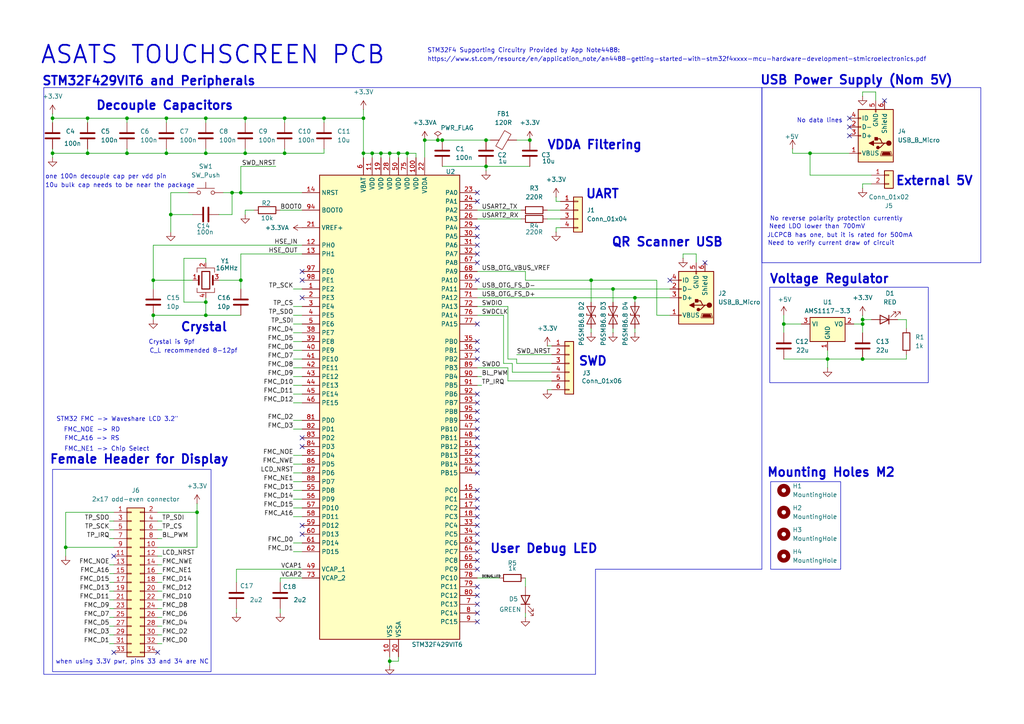
<source format=kicad_sch>
(kicad_sch (version 20250114) (generator "eeschema") (generator_version "9.0")
  (paper "A4")
  (title_block (title "ASATS TOUCHSCREEN PCB") (date "2025-03-23") (rev "1.0") (company "University of California, Santa Cruz"))
  (rectangle (start 15.24 136.144) (end 61.214 194.818))
  (rectangle (start 223.266 83.312) (end 269.24 110.998))
  (rectangle (start 223.52 139.7) (end 243.84 165.1))
  (rectangle (start 220.98 25.4) (end 284.48 76.2))
  (text "SWD" (at 171.958 104.902 0) (effects (font (size 2.54 2.54) (thickness 0.508) (bold yes))))
  (text "USB Power Supply (Nom 5V)" (at 248.412 23.368 0) (effects (font (size 2.54 2.54) (thickness 0.508) (bold yes))))
  (text "No reverse polarity protection currently" (at 242.57 63.5 0) (effects (font (size 1.27 1.27))))
  (text "VDDA Filtering" (at 172.466 42.164 0) (effects (font (size 2.54 2.54) (thickness 0.508) (bold yes))))
  (text "10u bulk cap needs to be near the package" (at 34.798 53.848 0) (effects (font (size 1.27 1.27))))
  (text "JLCPCB has one, but it is rated for 500mA" (at 243.586 68.326 0) (effects (font (size 1.27 1.27))))
  (text "Mounting Holes M2" (at 241.046 137.16 0) (effects (font (size 2.54 2.54) (thickness 0.508) (bold yes))))
  (text "ASATS TOUCHSCREEN PCB" (at 61.722 16.002 0) (effects (font (size 5.08 5.08) (thickness 0.508) (bold yes))))
  (text "Voltage Regulator" (at 240.538 81.026 0) (effects (font (size 2.54 2.54) (thickness 0.508) (bold yes))))
  (text "C_L recommended 8-12pf" (at 56.134 101.854 0) (effects (font (size 1.27 1.27))))
  (text "https://www.st.com/resource/en/application_note/an4488-getting-started-with-stm32f4xxxx-mcu-hardware-development-stmicroelectronics.pdf" (at 196.342 17.272 0) (effects (font (size 1.27 1.27))))
  (text "STM32F429VIT6 and Peripherals" (at 43.18 23.622 0) (effects (font (size 2.54 2.54) (thickness 0.508) (bold yes))))
  (text "when using 3.3V pwr, pins 33 and 34 are NC" (at 38.354 192.024 0) (effects (font (size 1.27 1.27))))
  (text "Need to verify current draw of circuit" (at 241.046 70.612 0) (effects (font (size 1.27 1.27))))
  (text "Crystal is 9pf" (at 49.784 99.314 0) (effects (font (size 1.27 1.27))))
  (text "External 5V" (at 271.018 52.578 0) (effects (font (size 2.54 2.54) (thickness 0.508) (bold yes))))
  (text "Decouple Capacitors\n" (at 47.752 30.734 0) (effects (font (size 2.54 2.54) (thickness 0.508) (bold yes))))
  (text "QR Scanner USB" (at 193.548 70.358 0) (effects (font (size 2.54 2.54) (thickness 0.508) (bold yes))))
  (text "Female Header for Display" (at 40.386 133.35 0) (effects (font (size 2.54 2.54) (thickness 0.508) (bold yes))))
  (text "STM32 FMC -> Waveshare LCD 3.2\"" (at 34.036 121.666 0) (effects (font (size 1.27 1.27))))
  (text "STM32F4 Supporting Circuitry Provided by App Note4488:" (at 151.892 14.732 0) (effects (font (size 1.27 1.27))))
  (text "No data lines" (at 237.744 35.052 0) (effects (font (size 1.27 1.27))))
  (text "UART\n" (at 174.752 56.388 0) (effects (font (size 2.54 2.54) (thickness 0.508) (bold yes))))
  (text "one 100n decouple cap per vdd pin" (at 30.734 51.308 0) (effects (font (size 1.27 1.27))))
  (text "Need LDO lower than 700mV" (at 236.982 65.786 0) (effects (font (size 1.27 1.27))))
  (text "User Debug LED\n" (at 157.734 159.258 0) (effects (font (size 2.54 2.54) (thickness 0.508) (bold yes))))
  (text "FMC_NOE -> RD" (at 26.67 124.714 0) (effects (font (size 1.27 1.27))))
  (text "FMC_A16 -> RS" (at 26.67 127.254 0) (effects (font (size 1.27 1.27))))
  (text "FMC_NE1 -> Chip Select" (at 30.988 130.302 0) (effects (font (size 1.27 1.27))))
  (text "Crystal" (at 59.182 94.996 0) (effects (font (size 2.54 2.54) (thickness 0.508) (bold yes))))
  (junction (at 36.83 44.45))
  (junction (at 15.24 34.29))
  (junction (at 48.26 44.45))
  (junction (at 140.97 40.64))
  (junction (at 82.55 34.29))
  (junction (at 113.03 191.77))
  (junction (at 123.19 40.64))
  (junction (at 69.85 81.28))
  (junction (at 115.57 44.45))
  (junction (at 113.03 44.45))
  (junction (at 49.53 62.23))
  (junction (at 71.12 34.29))
  (junction (at 48.26 34.29))
  (junction (at 59.69 91.44))
  (junction (at 105.41 34.29))
  (junction (at 19.05 158.75))
  (junction (at 250.19 92.71))
  (junction (at 140.97 48.26))
  (junction (at 69.85 55.88))
  (junction (at 93.98 34.29))
  (junction (at 227.33 93.98))
  (junction (at 67.31 55.88))
  (junction (at 105.41 44.45))
  (junction (at 107.95 44.45))
  (junction (at 184.15 86.36))
  (junction (at 59.69 87.63))
  (junction (at 110.49 44.45))
  (junction (at 25.4 34.29))
  (junction (at 59.69 44.45))
  (junction (at 36.83 34.29))
  (junction (at 250.19 93.98))
  (junction (at 15.24 44.45))
  (junction (at 250.19 104.14))
  (junction (at 59.69 34.29))
  (junction (at 171.45 81.28))
  (junction (at 177.8 83.82))
  (junction (at 44.45 81.28))
  (junction (at 71.12 44.45))
  (junction (at 57.15 148.59))
  (junction (at 82.55 44.45))
  (junction (at 153.67 40.64))
  (junction (at 25.4 44.45))
  (junction (at 128.27 40.64))
  (junction (at 44.45 91.44))
  (junction (at 127 40.64))
  (junction (at 240.03 104.14))
  (junction (at 118.11 44.45))
  (junction (at 234.95 44.45))
  (no_connect (at 246.38 39.37))
  (no_connect (at 138.43 172.72))
  (no_connect (at 87.63 152.4))
  (no_connect (at 33.02 161.29))
  (no_connect (at 138.43 104.14))
  (no_connect (at 138.43 154.94))
  (no_connect (at 138.43 101.6))
  (no_connect (at 138.43 162.56))
  (no_connect (at 194.31 81.28))
  (no_connect (at 138.43 152.4))
  (no_connect (at 138.43 170.18))
  (no_connect (at 138.43 81.28))
  (no_connect (at 138.43 124.46))
  (no_connect (at 138.43 129.54))
  (no_connect (at 138.43 116.84))
  (no_connect (at 138.43 175.26))
  (no_connect (at 87.63 78.74))
  (no_connect (at 246.38 34.29))
  (no_connect (at 204.47 76.2))
  (no_connect (at 138.43 127))
  (no_connect (at 138.43 132.08))
  (no_connect (at 138.43 180.34))
  (no_connect (at 138.43 55.88))
  (no_connect (at 138.43 66.04))
  (no_connect (at 138.43 134.62))
  (no_connect (at 87.63 81.28))
  (no_connect (at 138.43 160.02))
  (no_connect (at 138.43 93.98))
  (no_connect (at 256.54 29.21))
  (no_connect (at 87.63 154.94))
  (no_connect (at 138.43 142.24))
  (no_connect (at 138.43 68.58))
  (no_connect (at 138.43 58.42))
  (no_connect (at 138.43 76.2))
  (no_connect (at 138.43 137.16))
  (no_connect (at 138.43 147.32))
  (no_connect (at 138.43 144.78))
  (no_connect (at 138.43 114.3))
  (no_connect (at 138.43 157.48))
  (no_connect (at 138.43 73.66))
  (no_connect (at 138.43 71.12))
  (no_connect (at 138.43 177.8))
  (no_connect (at 87.63 127))
  (no_connect (at 138.43 121.92))
  (no_connect (at 138.43 165.1))
  (no_connect (at 87.63 86.36))
  (no_connect (at 138.43 149.86))
  (no_connect (at 246.38 36.83))
  (no_connect (at 138.43 99.06))
  (no_connect (at 138.43 119.38))
  (no_connect (at 33.02 189.23))
  (no_connect (at 45.72 189.23))
  (no_connect (at 87.63 129.54))
  (wire (pts (xy 152.4 177.8) (xy 152.4 179.07)))
  (wire (pts (xy 45.72 166.37) (xy 46.99 166.37)))
  (wire (pts (xy 59.69 44.45) (xy 48.26 44.45)))
  (wire (pts (xy 31.75 166.37) (xy 33.02 166.37)))
  (wire (pts (xy 113.03 44.45) (xy 110.49 44.45)))
  (wire (pts (xy 227.33 104.14) (xy 240.03 104.14)))
  (wire (pts (xy 201.93 73.66) (xy 201.93 76.2)))
  (wire (pts (xy 45.72 156.21) (xy 46.99 156.21)))
  (wire (pts (xy 138.43 106.68) (xy 147.32 106.68)))
  (wire (pts (xy 250.19 26.67) (xy 254 26.67)))
  (wire (pts (xy 44.45 71.12) (xy 44.45 81.28)))
  (wire (pts (xy 232.41 93.98) (xy 227.33 93.98)))
  (wire (pts (xy 128.27 40.64) (xy 140.97 40.64)))
  (wire (pts (xy 158.75 63.5) (xy 162.56 63.5)))
  (wire (pts (xy 190.5 81.28) (xy 190.5 91.44)))
  (wire (pts (xy 252.73 53.34) (xy 250.19 53.34)))
  (wire (pts (xy 15.24 33.02) (xy 15.24 34.29)))
  (wire (pts (xy 177.8 83.82) (xy 194.31 83.82)))
  (wire (pts (xy 25.4 44.45) (xy 15.24 44.45)))
  (wire (pts (xy 146.05 91.44) (xy 146.05 105.41)))
  (wire (pts (xy 67.31 55.88) (xy 69.85 55.88)))
  (wire (pts (xy 31.75 184.15) (xy 33.02 184.15)))
  (wire (pts (xy 93.98 43.18) (xy 93.98 44.45)))
  (wire (pts (xy 71.12 34.29) (xy 71.12 35.56)))
  (wire (pts (xy 184.15 86.36) (xy 184.15 87.63)))
  (wire (pts (xy 81.28 167.64) (xy 81.28 168.91)))
  (wire (pts (xy 45.72 181.61) (xy 46.99 181.61)))
  (wire (pts (xy 59.69 43.18) (xy 59.69 44.45)))
  (wire (pts (xy 162.56 58.42) (xy 161.29 58.42)))
  (wire (pts (xy 152.4 78.74) (xy 138.43 78.74)))
  (wire (pts (xy 120.65 44.45) (xy 118.11 44.45)))
  (wire (pts (xy 118.11 44.45) (xy 115.57 44.45)))
  (wire (pts (xy 69.85 55.88) (xy 87.63 55.88)))
  (wire (pts (xy 59.69 87.63) (xy 59.69 91.44)))
  (wire (pts (xy 31.75 156.21) (xy 33.02 156.21)))
  (wire (pts (xy 262.89 102.87) (xy 262.89 104.14)))
  (wire (pts (xy 48.26 43.18) (xy 48.26 44.45)))
  (wire (pts (xy 123.19 40.64) (xy 127 40.64)))
  (wire (pts (xy 184.15 86.36) (xy 194.31 86.36)))
  (wire (pts (xy 85.09 104.14) (xy 87.63 104.14)))
  (wire (pts (xy 49.53 55.88) (xy 49.53 62.23)))
  (wire (pts (xy 82.55 43.18) (xy 82.55 44.45)))
  (wire (pts (xy 45.72 161.29) (xy 46.99 161.29)))
  (wire (pts (xy 48.26 44.45) (xy 36.83 44.45)))
  (polyline (pts (xy 12.7 25.4) (xy 12.7 195.58)))
  (wire (pts (xy 149.86 105.41) (xy 149.86 104.14)))
  (wire (pts (xy 44.45 71.12) (xy 87.63 71.12)))
  (wire (pts (xy 31.75 171.45) (xy 33.02 171.45)))
  (wire (pts (xy 140.97 48.26) (xy 153.67 48.26)))
  (wire (pts (xy 85.09 93.98) (xy 87.63 93.98)))
  (wire (pts (xy 85.09 101.6) (xy 87.63 101.6)))
  (wire (pts (xy 240.03 104.14) (xy 240.03 106.68)))
  (wire (pts (xy 252.73 50.8) (xy 234.95 50.8)))
  (wire (pts (xy 59.69 91.44) (xy 69.85 91.44)))
  (wire (pts (xy 120.65 45.72) (xy 120.65 44.45)))
  (wire (pts (xy 45.72 153.67) (xy 46.99 153.67)))
  (wire (pts (xy 55.88 81.28) (xy 44.45 81.28)))
  (wire (pts (xy 229.87 44.45) (xy 234.95 44.45)))
  (wire (pts (xy 250.19 104.14) (xy 262.89 104.14)))
  (wire (pts (xy 69.85 73.66) (xy 69.85 81.28)))
  (wire (pts (xy 85.09 83.82) (xy 87.63 83.82)))
  (wire (pts (xy 85.09 116.84) (xy 87.63 116.84)))
  (wire (pts (xy 69.85 73.66) (xy 87.63 73.66)))
  (wire (pts (xy 161.29 58.42) (xy 161.29 57.15)))
  (wire (pts (xy 140.97 40.64) (xy 142.24 40.64)))
  (wire (pts (xy 250.19 53.34) (xy 250.19 54.61)))
  (wire (pts (xy 63.5 62.23) (xy 67.31 62.23)))
  (wire (pts (xy 107.95 44.45) (xy 107.95 45.72)))
  (wire (pts (xy 45.72 163.83) (xy 46.99 163.83)))
  (wire (pts (xy 250.19 92.71) (xy 252.73 92.71)))
  (wire (pts (xy 250.19 91.44) (xy 250.19 92.71)))
  (wire (pts (xy 31.75 179.07) (xy 33.02 179.07)))
  (wire (pts (xy 85.09 114.3) (xy 87.63 114.3)))
  (wire (pts (xy 229.87 43.18) (xy 229.87 44.45)))
  (wire (pts (xy 82.55 44.45) (xy 71.12 44.45)))
  (wire (pts (xy 82.55 34.29) (xy 93.98 34.29)))
  (wire (pts (xy 85.09 99.06) (xy 87.63 99.06)))
  (wire (pts (xy 15.24 43.18) (xy 15.24 44.45)))
  (wire (pts (xy 262.89 95.25) (xy 262.89 92.71)))
  (wire (pts (xy 184.15 95.25) (xy 184.15 96.52)))
  (wire (pts (xy 85.09 142.24) (xy 87.63 142.24)))
  (wire (pts (xy 85.09 144.78) (xy 87.63 144.78)))
  (wire (pts (xy 93.98 35.56) (xy 93.98 34.29)))
  (wire (pts (xy 113.03 44.45) (xy 113.03 45.72)))
  (wire (pts (xy 87.63 165.1) (xy 68.58 165.1)))
  (wire (pts (xy 85.09 124.46) (xy 87.63 124.46)))
  (wire (pts (xy 250.19 96.52) (xy 250.19 93.98)))
  (wire (pts (xy 85.09 160.02) (xy 87.63 160.02)))
  (wire (pts (xy 85.09 139.7) (xy 87.63 139.7)))
  (wire (pts (xy 25.4 43.18) (xy 25.4 44.45)))
  (wire (pts (xy 128.27 48.26) (xy 140.97 48.26)))
  (wire (pts (xy 71.12 44.45) (xy 59.69 44.45)))
  (wire (pts (xy 93.98 34.29) (xy 105.41 34.29)))
  (wire (pts (xy 71.12 34.29) (xy 82.55 34.29)))
  (wire (pts (xy 71.12 60.96) (xy 71.12 62.23)))
  (wire (pts (xy 110.49 44.45) (xy 110.49 45.72)))
  (wire (pts (xy 45.72 184.15) (xy 46.99 184.15)))
  (wire (pts (xy 262.89 92.71) (xy 260.35 92.71)))
  (wire (pts (xy 138.43 111.76) (xy 139.7 111.76)))
  (wire (pts (xy 138.43 86.36) (xy 184.15 86.36)))
  (wire (pts (xy 201.93 73.66) (xy 198.12 73.66)))
  (wire (pts (xy 57.15 148.59) (xy 57.15 146.05)))
  (wire (pts (xy 45.72 148.59) (xy 57.15 148.59)))
  (wire (pts (xy 15.24 44.45) (xy 15.24 45.72)))
  (wire (pts (xy 113.03 190.5) (xy 113.03 191.77)))
  (wire (pts (xy 15.24 34.29) (xy 15.24 35.56)))
  (wire (pts (xy 227.33 91.44) (xy 227.33 93.98)))
  (wire (pts (xy 115.57 191.77) (xy 113.03 191.77)))
  (wire (pts (xy 160.02 105.41) (xy 149.86 105.41)))
  (wire (pts (xy 57.15 148.59) (xy 57.15 158.75)))
  (wire (pts (xy 59.69 34.29) (xy 71.12 34.29)))
  (wire (pts (xy 105.41 44.45) (xy 105.41 45.72)))
  (wire (pts (xy 85.09 121.92) (xy 87.63 121.92)))
  (wire (pts (xy 81.28 176.53) (xy 81.28 177.8)))
  (wire (pts (xy 45.72 151.13) (xy 46.99 151.13)))
  (wire (pts (xy 110.49 44.45) (xy 107.95 44.45)))
  (wire (pts (xy 31.75 173.99) (xy 33.02 173.99)))
  (wire (pts (xy 69.85 48.26) (xy 69.85 55.88)))
  (wire (pts (xy 115.57 44.45) (xy 113.03 44.45)))
  (wire (pts (xy 240.03 104.14) (xy 250.19 104.14)))
  (polyline (pts (xy 12.7 25.4) (xy 220.98 25.4)))
  (wire (pts (xy 45.72 176.53) (xy 46.99 176.53)))
  (wire (pts (xy 152.4 81.28) (xy 171.45 81.28)))
  (wire (pts (xy 162.56 66.04) (xy 161.29 66.04)))
  (wire (pts (xy 198.12 73.66) (xy 198.12 74.93)))
  (wire (pts (xy 31.75 163.83) (xy 33.02 163.83)))
  (wire (pts (xy 148.59 107.95) (xy 148.59 105.41)))
  (wire (pts (xy 190.5 91.44) (xy 194.31 91.44)))
  (wire (pts (xy 138.43 167.64) (xy 144.78 167.64)))
  (wire (pts (xy 85.09 91.44) (xy 87.63 91.44)))
  (wire (pts (xy 147.32 104.14) (xy 147.32 88.9)))
  (wire (pts (xy 240.03 101.6) (xy 240.03 104.14)))
  (wire (pts (xy 63.5 81.28) (xy 69.85 81.28)))
  (wire (pts (xy 115.57 190.5) (xy 115.57 191.77)))
  (wire (pts (xy 87.63 167.64) (xy 81.28 167.64)))
  (wire (pts (xy 68.58 165.1) (xy 68.58 168.91)))
  (wire (pts (xy 147.32 110.49) (xy 147.32 106.68)))
  (wire (pts (xy 138.43 63.5) (xy 151.13 63.5)))
  (wire (pts (xy 149.86 104.14) (xy 147.32 104.14)))
  (wire (pts (xy 48.26 34.29) (xy 59.69 34.29)))
  (wire (pts (xy 69.85 48.26) (xy 80.01 48.26)))
  (wire (pts (xy 85.09 137.16) (xy 87.63 137.16)))
  (wire (pts (xy 49.53 62.23) (xy 49.53 67.31)))
  (wire (pts (xy 45.72 173.99) (xy 46.99 173.99)))
  (wire (pts (xy 161.29 66.04) (xy 161.29 67.31)))
  (wire (pts (xy 85.09 109.22) (xy 87.63 109.22)))
  (wire (pts (xy 105.41 31.75) (xy 105.41 34.29)))
  (wire (pts (xy 85.09 147.32) (xy 87.63 147.32)))
  (wire (pts (xy 85.09 157.48) (xy 87.63 157.48)))
  (wire (pts (xy 113.03 191.77) (xy 113.03 193.04)))
  (wire (pts (xy 234.95 50.8) (xy 234.95 44.45)))
  (wire (pts (xy 81.28 60.96) (xy 87.63 60.96)))
  (wire (pts (xy 140.97 48.26) (xy 140.97 49.53)))
  (wire (pts (xy 53.34 87.63) (xy 59.69 87.63)))
  (wire (pts (xy 71.12 60.96) (xy 73.66 60.96)))
  (wire (pts (xy 149.86 40.64) (xy 153.67 40.64)))
  (wire (pts (xy 36.83 44.45) (xy 25.4 44.45)))
  (wire (pts (xy 138.43 60.96) (xy 151.13 60.96)))
  (wire (pts (xy 85.09 132.08) (xy 87.63 132.08)))
  (wire (pts (xy 138.43 88.9) (xy 147.32 88.9)))
  (wire (pts (xy 250.19 26.67) (xy 250.19 27.94)))
  (wire (pts (xy 19.05 148.59) (xy 33.02 148.59)))
  (wire (pts (xy 68.58 176.53) (xy 68.58 177.8)))
  (wire (pts (xy 31.75 181.61) (xy 33.02 181.61)))
  (wire (pts (xy 36.83 34.29) (xy 48.26 34.29)))
  (wire (pts (xy 36.83 43.18) (xy 36.83 44.45)))
  (wire (pts (xy 49.53 62.23) (xy 55.88 62.23)))
  (wire (pts (xy 44.45 91.44) (xy 44.45 92.71)))
  (wire (pts (xy 227.33 93.98) (xy 227.33 96.52)))
  (wire (pts (xy 123.19 40.64) (xy 123.19 45.72)))
  (wire (pts (xy 127 40.64) (xy 128.27 40.64)))
  (wire (pts (xy 82.55 34.29) (xy 82.55 35.56)))
  (wire (pts (xy 152.4 167.64) (xy 152.4 170.18)))
  (wire (pts (xy 118.11 44.45) (xy 118.11 45.72)))
  (wire (pts (xy 36.83 34.29) (xy 36.83 35.56)))
  (wire (pts (xy 19.05 148.59) (xy 19.05 158.75)))
  (wire (pts (xy 45.72 179.07) (xy 46.99 179.07)))
  (polyline (pts (xy 172.72 195.58) (xy 12.7 195.58)))
  (wire (pts (xy 31.75 168.91) (xy 33.02 168.91)))
  (wire (pts (xy 19.05 158.75) (xy 33.02 158.75)))
  (wire (pts (xy 31.75 153.67) (xy 33.02 153.67)))
  (wire (pts (xy 177.8 95.25) (xy 177.8 96.52)))
  (wire (pts (xy 115.57 44.45) (xy 115.57 45.72)))
  (wire (pts (xy 25.4 34.29) (xy 36.83 34.29)))
  (wire (pts (xy 69.85 81.28) (xy 69.85 83.82)))
  (wire (pts (xy 85.09 149.86) (xy 87.63 149.86)))
  (wire (pts (xy 85.09 96.52) (xy 87.63 96.52)))
  (wire (pts (xy 250.19 93.98) (xy 247.65 93.98)))
  (wire (pts (xy 85.09 134.62) (xy 87.63 134.62)))
  (wire (pts (xy 138.43 83.82) (xy 177.8 83.82)))
  (wire (pts (xy 158.75 100.33) (xy 160.02 100.33)))
  (wire (pts (xy 234.95 44.45) (xy 246.38 44.45)))
  (wire (pts (xy 93.98 44.45) (xy 82.55 44.45)))
  (wire (pts (xy 53.34 74.93) (xy 53.34 87.63)))
  (wire (pts (xy 25.4 35.56) (xy 25.4 34.29)))
  (wire (pts (xy 71.12 43.18) (xy 71.12 44.45)))
  (polyline (pts (xy 220.98 25.4) (xy 220.98 165.1)))
  (polyline (pts (xy 220.98 165.1) (xy 172.72 165.1)))
  (wire (pts (xy 158.75 113.03) (xy 160.02 113.03)))
  (wire (pts (xy 107.95 44.45) (xy 105.41 44.45)))
  (wire (pts (xy 152.4 81.28) (xy 152.4 78.74)))
  (wire (pts (xy 45.72 171.45) (xy 46.99 171.45)))
  (wire (pts (xy 25.4 34.29) (xy 15.24 34.29)))
  (wire (pts (xy 160.02 107.95) (xy 148.59 107.95)))
  (wire (pts (xy 85.09 111.76) (xy 87.63 111.76)))
  (wire (pts (xy 149.86 102.87) (xy 160.02 102.87)))
  (wire (pts (xy 59.69 34.29) (xy 59.69 35.56)))
  (wire (pts (xy 171.45 81.28) (xy 190.5 81.28)))
  (wire (pts (xy 48.26 34.29) (xy 48.26 35.56)))
  (wire (pts (xy 85.09 88.9) (xy 87.63 88.9)))
  (wire (pts (xy 59.69 76.2) (xy 59.69 74.93)))
  (wire (pts (xy 85.09 106.68) (xy 87.63 106.68)))
  (wire (pts (xy 158.75 60.96) (xy 162.56 60.96)))
  (wire (pts (xy 59.69 74.93) (xy 53.34 74.93)))
  (polyline (pts (xy 172.72 165.1) (xy 172.72 195.58)))
  (wire (pts (xy 177.8 83.82) (xy 177.8 87.63)))
  (wire (pts (xy 171.45 95.25) (xy 171.45 96.52)))
  (wire (pts (xy 45.72 186.69) (xy 46.99 186.69)))
  (wire (pts (xy 31.75 186.69) (xy 33.02 186.69)))
  (wire (pts (xy 44.45 91.44) (xy 59.69 91.44)))
  (wire (pts (xy 67.31 55.88) (xy 67.31 62.23)))
  (wire (pts (xy 138.43 91.44) (xy 146.05 91.44)))
  (wire (pts (xy 31.75 151.13) (xy 33.02 151.13)))
  (wire (pts (xy 138.43 109.22) (xy 139.7 109.22)))
  (wire (pts (xy 64.77 55.88) (xy 67.31 55.88)))
  (wire (pts (xy 45.72 168.91) (xy 46.99 168.91)))
  (wire (pts (xy 160.02 110.49) (xy 147.32 110.49)))
  (wire (pts (xy 254 26.67) (xy 254 29.21)))
  (wire (pts (xy 45.72 158.75) (xy 57.15 158.75)))
  (wire (pts (xy 250.19 92.71) (xy 250.19 93.98)))
  (wire (pts (xy 19.05 158.75) (xy 19.05 161.29)))
  (wire (pts (xy 49.53 55.88) (xy 54.61 55.88)))
  (wire (pts (xy 148.59 105.41) (xy 146.05 105.41)))
  (wire (pts (xy 59.69 87.63) (xy 59.69 86.36)))
  (wire (pts (xy 31.75 176.53) (xy 33.02 176.53)))
  (wire (pts (xy 171.45 81.28) (xy 171.45 87.63)))
  (wire (pts (xy 44.45 81.28) (xy 44.45 83.82)))
  (wire (pts (xy 105.41 34.29) (xy 105.41 44.45)))
  (label "FMC_D14" (at 85.09 144.78 180))
  (label "FMC_D7" (at 31.75 179.07 180))
  (label "FMC_D13" (at 85.09 142.24 180))
  (label "FMC_D5" (at 31.75 181.61 180))
  (label "FMC_D1" (at 85.09 160.02 180))
  (label "LCD_NRST" (at 46.99 161.29 0))
  (label "DEBUG_LED" (at 139.7 167.64 0) (effects (font (size 0.635 0.635))))
  (label "FMC_D8" (at 46.99 176.53 0))
  (label "SWD_NRST" (at 80.01 48.26 180))
  (label "FMC_D5" (at 85.09 99.06 180))
  (label "FMC_D7" (at 85.09 104.14 180))
  (label "FMC_NWE" (at 46.99 163.83 0))
  (label "FMC_A16" (at 31.75 166.37 180))
  (label "FMC_D9" (at 85.09 109.22 180))
  (label "FMC_D13" (at 31.75 171.45 180))
  (label "FMC_D10" (at 85.09 111.76 180))
  (label "HSE_IN" (at 86.36 71.12 180))
  (label "VCAP2" (at 87.63 167.64 180))
  (label "TP_SDI" (at 46.99 151.13 0))
  (label "FMC_D3" (at 85.09 124.46 180))
  (label "USB_OTG_FS_D+" (at 139.7 86.36 0))
  (label "FMC_D4" (at 85.09 96.52 180))
  (label "BL_PWM" (at 46.99 156.21 0))
  (label "FMC_D15" (at 85.09 147.32 180))
  (label "FMC_D12" (at 85.09 116.84 180))
  (label "FMC_D1" (at 31.75 186.69 180))
  (label "FMC_D15" (at 31.75 168.91 180))
  (label "FMC_NOE" (at 31.75 163.83 180))
  (label "FMC_D9" (at 31.75 176.53 180))
  (label "TP_CS" (at 46.99 153.67 0))
  (label "FMC_A16" (at 85.09 149.86 180))
  (label "HSE_OUT" (at 86.36 73.66 180))
  (label "FMC_D11" (at 31.75 173.99 180))
  (label "TP_SCK" (at 85.09 83.82 180))
  (label "FMC_NE1" (at 85.09 139.7 180))
  (label "FMC_D10" (at 46.99 173.99 0))
  (label "USART2_TX" (at 139.7 60.96 0))
  (label "FMC_D0" (at 46.99 186.69 0))
  (label "SWDO" (at 139.7 106.68 0))
  (label "USART2_RX" (at 139.7 63.5 0))
  (label "FMC_D11" (at 85.09 114.3 180))
  (label "USB_OTG_VBUS_VREF" (at 139.7 78.74 0))
  (label "BOOT0" (at 81.28 60.96 0))
  (label "SWD_NRST" (at 149.86 102.87 0))
  (label "VCAP1" (at 87.63 165.1 180))
  (label "SWDCLK" (at 139.7 91.44 0))
  (label "TP_IRQ" (at 31.75 156.21 180))
  (label "FMC_NOE" (at 85.09 132.08 180))
  (label "SWDIO" (at 139.7 88.9 0))
  (label "BL_PWM" (at 139.7 109.22 0))
  (label "FMC_D3" (at 31.75 184.15 180))
  (label "FMC_NE1" (at 46.99 166.37 0))
  (label "FMC_D6" (at 85.09 101.6 180))
  (label "FMC_D4" (at 46.99 181.61 0))
  (label "USB_OTG_FS_D-" (at 139.7 83.82 0))
  (label "FMC_D6" (at 46.99 179.07 0))
  (label "TP_SCK" (at 31.75 153.67 180))
  (label "TP_SDO" (at 31.75 151.13 180))
  (label "FMC_D2" (at 46.99 184.15 0))
  (label "FMC_D12" (at 46.99 171.45 0))
  (label "TP_SDO" (at 85.09 91.44 180))
  (label "FMC_D2" (at 85.09 121.92 180))
  (label "FMC_NWE" (at 85.09 134.62 180))
  (label "FMC_D0" (at 85.09 157.48 180))
  (label "FMC_D14" (at 46.99 168.91 0))
  (label "TP_CS" (at 85.09 88.9 180))
  (label "TP_SDI" (at 85.09 93.98 180))
  (label "TP_IRQ" (at 139.7 111.76 0))
  (label "FMC_D8" (at 85.09 106.68 180))
  (label "LCD_NRST" (at 85.09 137.16 180))
  (symbol (lib_id "power:GND") (at 240.03 106.68 0) (unit 1)
    (property "Reference" "#PWR09" (effects (hide yes)))
    (property "Value" "GND" (effects (hide yes)))
    (property "Description" "Power symbol creates a global label with name \"GND\" , ground" (effects (hide yes)))
  )
  (symbol (lib_id "Device:C") (at 227.33 100.33 0) (unit 1)
    (property "Reference" "C12" (at 230.632 99.06 0) (effects (justify left)))
    (property "Value" "22u" (at 230.886 101.6 0) (effects (justify left)))
    (property "Footprint" "Capacitor_SMD:C_0603_1608Metric" (effects (hide yes)))
    (property "Description" "Unpolarized capacitor" (effects (hide yes)))
  )
  (symbol (lib_id "Device:C") (at 68.58 172.72 0) (unit 1)
    (property "Reference" "C17" (at 69.596 169.926 0) (effects (justify left)))
    (property "Value" "2u2" (at 72.39 173.9899 0) (effects (justify left)))
    (property "Footprint" "Capacitor_SMD:C_0805_2012Metric_Pad1.18x1.45mm_HandSolder" (effects (hide yes)))
    (property "Description" "Unpolarized capacitor" (effects (hide yes)))
  )
  (symbol (lib_id "Device:R") (at 154.94 63.5 90) (unit 1)
    (property "Reference" "R4" (at 154.94 65.532 90))
    (property "Value" "220R" (at 154.94 67.31 90))
    (property "Footprint" "Resistor_SMD:R_0805_2012Metric" (effects (hide yes)))
    (property "Description" "Resistor" (effects (hide yes)))
  )
  (symbol (lib_id "Device:C") (at 36.83 39.37 0) (unit 1)
    (property "Reference" "C6" (at 40.64 38.0999 0) (effects (justify left)))
    (property "Value" "100n" (at 40.64 40.6399 0) (effects (justify left)))
    (property "Footprint" "Capacitor_SMD:C_0402_1005Metric" (effects (hide yes)))
    (property "Description" "Unpolarized capacitor" (effects (hide yes)))
  )
  (symbol (lib_id "Connector_Generic:Conn_01x02") (at 257.81 50.8 0) (unit 1)
    (property "Reference" "J5" (at 257.81 59.69 0))
    (property "Value" "Conn_01x02" (at 257.81 57.15 0))
    (property "Footprint" "Connector_PinHeader_2.54mm:PinHeader_1x02_P2.54mm_Vertical" (effects (hide yes)))
    (property "Description" "Generic connector, single row, 01x02, script generated (kicad-library-utils/schlib/autogen/connector/)" (effects (hide yes)))
  )
  (symbol (lib_id "Mechanical:MountingHole") (at 227.33 142.24 0) (unit 1) (exclude_from_sim yes) (in_bom no)
    (property "Reference" "H1" (at 229.87 140.9699 0) (effects (justify left)))
    (property "Value" "MountingHole" (at 229.87 143.5099 0) (effects (justify left)))
    (property "Footprint" "MountingHole:MountingHole_2.2mm_M2" (effects (hide yes)))
    (property "Description" "Mounting Hole without connection" (effects (hide yes)))
  )
  (symbol (lib_id "Device:C") (at 250.19 100.33 0) (unit 1)
    (property "Reference" "C13" (at 254 99.0599 0) (effects (justify left)))
    (property "Value" "22u" (at 254 101.5999 0) (effects (justify left)))
    (property "Footprint" "Capacitor_SMD:C_0603_1608Metric" (effects (hide yes)))
    (property "Description" "Unpolarized capacitor" (effects (hide yes)))
  )
  (symbol (lib_id "power:GND") (at 15.24 45.72 0) (unit 1)
    (property "Reference" "#PWR08" (effects (hide yes)))
    (property "Value" "GND" (effects (hide yes)))
    (property "Description" "Power symbol creates a global label with name \"GND\" , ground" (effects (hide yes)))
  )
  (symbol (lib_id "Device:C") (at 82.55 39.37 0) (unit 1)
    (property "Reference" "C10" (at 86.36 38.0999 0) (effects (justify left)))
    (property "Value" "100n" (at 86.36 40.6399 0) (effects (justify left)))
    (property "Footprint" "Capacitor_SMD:C_0402_1005Metric" (effects (hide yes)))
    (property "Description" "Unpolarized capacitor" (effects (hide yes)))
  )
  (symbol (lib_id "power:GND") (at 113.03 193.04 0) (unit 1)
    (property "Reference" "#PWR030" (effects (hide yes)))
    (property "Value" "GND" (effects (hide yes)))
    (property "Description" "Power symbol creates a global label with name \"GND\" , ground" (effects (hide yes)))
  )
  (symbol (lib_id "power:GND") (at 171.45 96.52 0) (unit 1)
    (property "Reference" "#PWR017" (effects (hide yes)))
    (property "Value" "GND" (effects (hide yes)))
    (property "Description" "Power symbol creates a global label with name \"GND\" , ground" (effects (hide yes)))
  )
  (symbol (lib_id "power:GND") (at 71.12 62.23 0) (unit 1)
    (property "Reference" "#PWR011" (effects (hide yes)))
    (property "Value" "GND" (effects (hide yes)))
    (property "Description" "Power symbol creates a global label with name \"GND\" , ground" (effects (hide yes)))
  )
  (symbol (lib_id "Device:C") (at 25.4 39.37 0) (unit 1)
    (property "Reference" "C5" (at 29.21 38.0999 0) (effects (justify left)))
    (property "Value" "100n" (at 29.21 40.6399 0) (effects (justify left)))
    (property "Footprint" "Capacitor_SMD:C_0805_2012Metric_Pad1.18x1.45mm_HandSolder" (effects (hide yes)))
    (property "Description" "Unpolarized capacitor" (effects (hide yes)))
  )
  (symbol (lib_id "Device:R") (at 77.47 60.96 90) (unit 1)
    (property "Reference" "R2" (at 77.216 58.928 90))
    (property "Value" "10k" (at 77.47 63.246 90))
    (property "Footprint" "Resistor_SMD:R_0805_2012Metric" (effects (hide yes)))
    (property "Description" "Resistor" (effects (hide yes)))
  )
  (symbol (lib_id "power:GND") (at 158.75 113.03 0) (unit 1)
    (property "Reference" "#PWR022" (effects (hide yes)))
    (property "Value" "GND" (effects (hide yes)))
    (property "Description" "Power symbol creates a global label with name \"GND\" , ground" (effects (hide yes)))
  )
  (symbol (lib_id "Diode:ESD131-B1-W0201") (at 171.45 91.44 90) (unit 1)
    (property "Reference" "D2" (at 168.656 87.376 0) (effects (justify right)))
    (property "Value" "P6SMB6.8" (at 168.656 90.678 0) (effects (justify right)))
    (property "Footprint" "Package_TO_SOT_SMD:SOT-23" (effects (hide yes)))
    (property "Datasheet" "https://www.infineon.com/dgdl/Infineon-ESD131-B1-W0201-DataSheet-v02_00-EN.pdf?fileId=5546d4625cc9456a015ce94850964889" (effects (hide yes)))
    (property "Description" "Bidirectional ESD protection diode, ±5.5Vrwm, 0.23pF, SG-WLL-2-3" (effects (hide yes)))
  )
  (symbol (lib_id "Device:R") (at 262.89 99.06 0) (unit 1)
    (property "Reference" "R1" (at 265.43 97.7899 0) (effects (justify left)))
    (property "Value" "1k" (at 265.43 100.3299 0) (effects (justify left)))
    (property "Footprint" "Resistor_SMD:R_0805_2012Metric" (effects (hide yes)))
    (property "Description" "Resistor" (effects (hide yes)))
  )
  (symbol (lib_id "power:GND") (at 81.28 177.8 0) (unit 1)
    (property "Reference" "#PWR028" (effects (hide yes)))
    (property "Value" "GND" (effects (hide yes)))
    (property "Description" "Power symbol creates a global label with name \"GND\" , ground" (effects (hide yes)))
  )
  (symbol (lib_id "Connector:USB_B_Micro") (at 254 39.37 180) (unit 1)
    (property "Reference" "J4" (at 260.35 38.0999 0) (effects (justify right)))
    (property "Value" "USB_B_Micro" (at 260.35 40.6399 0) (effects (justify right)))
    (property "Footprint" "Connector_USB:USB_Micro-B_Molex-105017-0001" (effects (hide yes)))
    (property "Description" "USB Micro Type B connector" (effects (hide yes)))
  )
  (symbol (lib_id "power:+3.3V") (at 153.67 40.64 0) (unit 1)
    (property "Reference" "#PWR03" (effects (hide yes)))
    (property "Value" "+3.3V" (at 153.67 35.56 0))
    (property "Description" "Power symbol creates a global label with name \"+3.3V\"" (effects (hide yes)))
  )
  (symbol (lib_id "power:GND") (at 68.58 177.8 0) (unit 1)
    (property "Reference" "#PWR027" (effects (hide yes)))
    (property "Value" "GND" (effects (hide yes)))
    (property "Description" "Power symbol creates a global label with name \"GND\" , ground" (effects (hide yes)))
  )
  (symbol (lib_id "power:+3.3V") (at 105.41 31.75 0) (unit 1)
    (property "Reference" "#PWR06" (effects (hide yes)))
    (property "Value" "+3.3V" (at 105.41 26.67 0))
    (property "Description" "Power symbol creates a global label with name \"+3.3V\"" (effects (hide yes)))
  )
  (symbol (lib_id "Device:LED") (at 256.54 92.71 180) (unit 1)
    (property "Reference" "D1" (at 258.1275 85.09 0))
    (property "Value" "RED" (at 258.1275 87.63 0))
    (property "Footprint" "LED_SMD:LED_0603_1608Metric" (effects (hide yes)))
    (property "Description" "Light emitting diode" (effects (hide yes)))
    (property "Sim.Pins" "1=K 2=A" (effects (hide yes)))
  )
  (symbol (lib_id "power:GND") (at 198.12 74.93 0) (unit 1)
    (property "Reference" "#PWR015" (effects (hide yes)))
    (property "Value" "GND" (effects (hide yes)))
    (property "Description" "Power symbol creates a global label with name \"GND\" , ground" (effects (hide yes)))
  )
  (symbol (lib_id "Mechanical:MountingHole") (at 227.33 161.29 0) (unit 1) (exclude_from_sim yes) (in_bom no)
    (property "Reference" "H4" (at 229.87 160.0199 0) (effects (justify left)))
    (property "Value" "MountingHole" (at 229.87 162.5599 0) (effects (justify left)))
    (property "Footprint" "MountingHole:MountingHole_2.2mm_M2" (effects (hide yes)))
    (property "Description" "Mounting Hole without connection" (effects (hide yes)))
  )
  (symbol (lib_id "power:+3.3V") (at 161.29 57.15 0) (unit 1)
    (property "Reference" "#PWR010" (effects (hide yes)))
    (property "Value" "+3.3V" (at 161.29 52.07 0))
    (property "Description" "Power symbol creates a global label with name \"+3.3V\"" (effects (hide yes)))
  )
  (symbol (lib_id "power:+5V") (at 229.87 43.18 0) (unit 1)
    (property "Reference" "#PWR024" (effects (hide yes)))
    (property "Value" "+5V" (at 229.616 39.624 0))
    (property "Description" "Power symbol creates a global label with name \"+5V\"" (effects (hide yes)))
  )
  (symbol (lib_id "Device:C") (at 71.12 39.37 0) (unit 1)
    (property "Reference" "C9" (at 74.93 38.0999 0) (effects (justify left)))
    (property "Value" "100n" (at 74.93 40.6399 0) (effects (justify left)))
    (property "Footprint" "Capacitor_SMD:C_0402_1005Metric" (effects (hide yes)))
    (property "Description" "Unpolarized capacitor" (effects (hide yes)))
  )
  (symbol (lib_id "power:GND") (at 140.97 49.53 0) (unit 1)
    (property "Reference" "#PWR07" (effects (hide yes)))
    (property "Value" "GND" (effects (hide yes)))
    (property "Description" "Power symbol creates a global label with name \"GND\" , ground" (effects (hide yes)))
  )
  (symbol (lib_id "Device:C") (at 153.67 44.45 0) (unit 1)
    (property "Reference" "C3" (at 156.972 44.958 0) (effects (justify left)))
    (property "Value" "10u" (at 157.226 46.736 0) (effects (justify left)))
    (property "Footprint" "Capacitor_SMD:C_0603_1608Metric" (effects (hide yes)))
    (property "Description" "Unpolarized capacitor" (effects (hide yes)))
  )
  (symbol (lib_id "Mechanical:MountingHole") (at 227.33 148.59 0) (unit 1) (exclude_from_sim yes) (in_bom no)
    (property "Reference" "H2" (at 229.87 147.3199 0) (effects (justify left)))
    (property "Value" "MountingHole" (at 229.87 149.8599 0) (effects (justify left)))
    (property "Footprint" "MountingHole:MountingHole_2.2mm_M2" (effects (hide yes)))
    (property "Description" "Mounting Hole without connection" (effects (hide yes)))
  )
  (symbol (lib_id "power:GND") (at 161.29 67.31 0) (unit 1)
    (property "Reference" "#PWR014" (effects (hide yes)))
    (property "Value" "GND" (effects (hide yes)))
    (property "Description" "Power symbol creates a global label with name \"GND\" , ground" (effects (hide yes)))
  )
  (symbol (lib_id "Connector_Generic:Conn_01x04") (at 167.64 60.96 0) (unit 1)
    (property "Reference" "J1" (at 170.18 60.9599 0) (effects (justify left)))
    (property "Value" "Conn_01x04" (at 170.18 63.4999 0) (effects (justify left)))
    (property "Footprint" "Connector_PinHeader_2.54mm:PinHeader_1x04_P2.54mm_Vertical" (effects (hide yes)))
    (property "Description" "Generic connector, single row, 01x04, script generated (kicad-library-utils/schlib/autogen/connector/)" (effects (hide yes)))
  )
  (symbol (lib_id "power:GND") (at 49.53 67.31 0) (unit 1)
    (property "Reference" "#PWR013" (effects (hide yes)))
    (property "Value" "GND" (effects (hide yes)))
    (property "Description" "Power symbol creates a global label with name \"GND\" , ground" (effects (hide yes)))
  )
  (symbol (lib_id "Device:R") (at 148.59 167.64 270) (mirror x) (unit 1)
    (property "Reference" "R5" (at 148.59 163.322 90))
    (property "Value" "1k" (at 148.59 164.846 90))
    (property "Footprint" "Resistor_SMD:R_0805_2012Metric" (effects (hide yes)))
    (property "Description" "Resistor" (effects (hide yes)))
  )
  (symbol (lib_id "Regulator_Linear:AMS1117-3.3") (at 240.03 93.98 0) (unit 1)
    (property "Reference" "U1" (at 240.03 87.63 0))
    (property "Value" "AMS1117-3.3" (at 240.03 90.17 0))
    (property "Footprint" "Package_TO_SOT_SMD:SOT-223-3_TabPin2" (effects (hide yes)))
    (property "Datasheet" "http://www.advanced-monolithic.com/pdf/ds1117.pdf" (effects (hide yes)))
    (property "Description" "1A Low Dropout regulator, positive, 3.3V fixed output, SOT-223" (effects (hide yes)))
  )
  (symbol (lib_id "Connector_Generic:Conn_01x06") (at 165.1 105.41 0) (unit 1)
    (property "Reference" "J3" (at 168.91 108.204 0) (effects (justify left)))
    (property "Value" "Conn_01x06" (at 168.656 110.49 0) (effects (justify left)))
    (property "Footprint" "Connector_PinHeader_2.54mm:PinHeader_1x06_P2.54mm_Vertical" (effects (hide yes)))
    (property "Description" "Generic connector, single row, 01x06, script generated (kicad-library-utils/schlib/autogen/connector/)" (effects (hide yes)))
  )
  (symbol (lib_id "Connector:USB_B_Micro") (at 201.93 86.36 180) (unit 1)
    (property "Reference" "J2" (at 208.28 85.0899 0) (effects (justify right)))
    (property "Value" "USB_B_Micro" (at 208.28 87.6299 0) (effects (justify right)))
    (property "Footprint" "Connector_USB:USB_Micro-B_Molex-105017-0001" (effects (hide yes)))
    (property "Description" "USB Micro Type B connector" (effects (hide yes)))
  )
  (symbol (lib_id "Device:LED") (at 152.4 173.99 90) (unit 1)
    (property "Reference" "D5" (at 147.574 173.736 90) (effects (justify right)))
    (property "Value" "GREEN" (at 144.78 176.784 90) (effects (justify right)))
    (property "Footprint" "LED_SMD:LED_0603_1608Metric" (effects (hide yes)))
    (property "Description" "Light emitting diode" (effects (hide yes)))
    (property "Sim.Pins" "1=K 2=A" (effects (hide yes)))
  )
  (symbol (lib_id "Device:C") (at 140.97 44.45 0) (unit 1)
    (property "Reference" "C2" (at 144.272 44.958 0) (effects (justify left)))
    (property "Value" "1u" (at 144.526 46.736 0) (effects (justify left)))
    (property "Footprint" "Capacitor_SMD:C_0603_1608Metric" (effects (hide yes)))
    (property "Description" "Unpolarized capacitor" (effects (hide yes)))
  )
  (symbol (lib_id "power:+3.3V") (at 158.75 100.33 0) (unit 1)
    (property "Reference" "#PWR020" (effects (hide yes)))
    (property "Value" "+3.3V" (at 158.75 95.25 0))
    (property "Description" "Power symbol creates a global label with name \"+3.3V\"" (effects (hide yes)))
  )
  (symbol (lib_id "power:GND") (at 19.05 161.29 0) (unit 1)
    (property "Reference" "#PWR025" (effects (hide yes)))
    (property "Value" "GND" (effects (hide yes)))
    (property "Description" "Power symbol creates a global label with name \"GND\" , ground" (effects (hide yes)))
  )
  (symbol (lib_id "power:PWR_FLAG") (at 127 40.64 0) (unit 1)
    (property "Reference" "#FLG01" (effects (hide yes)))
    (property "Value" "PWR_FLAG" (at 132.588 37.084 0))
    (property "Description" "Special symbol for telling ERC where power comes from" (effects (hide yes)))
  )
  (symbol (lib_id "Connector_Generic:Conn_02x17_Odd_Even") (at 38.1 168.91 0) (unit 1)
    (property "Reference" "J6" (at 39.37 142.24 0))
    (property "Value" "2x17 odd-even connector" (at 39.37 144.78 0))
    (property "Footprint" "Connector_PinSocket_2.54mm:PinSocket_2x17_P2.54mm_Vertical" (effects (hide yes)))
    (property "Description" "Generic connector, double row, 02x17, odd/even pin numbering scheme (row 1 odd numbers, row 2 even numbers), script generated (kicad-library-utils/schlib/autogen/connector/)" (effects (hide yes)))
  )
  (symbol (lib_id "power:GND") (at 44.45 92.71 0) (unit 1)
    (property "Reference" "#PWR016" (effects (hide yes)))
    (property "Value" "GND" (effects (hide yes)))
    (property "Description" "Power symbol creates a global label with name \"GND\" , ground" (effects (hide yes)))
  )
  (symbol (lib_id "Device:C") (at 15.24 39.37 0) (unit 1)
    (property "Reference" "C4" (at 19.05 38.0999 0) (effects (justify left)))
    (property "Value" "100n" (at 18.542 40.894 0) (effects (justify left top)))
    (property "Footprint" "Capacitor_SMD:C_0402_1005Metric" (effects (hide yes)))
    (property "Description" "Unpolarized capacitor" (effects (hide yes)))
  )
  (symbol (lib_id "Device:FerriteBead") (at 146.05 40.64 90) (unit 1)
    (property "Reference" "FB1" (at 145.9992 33.02 90))
    (property "Value" "120R" (at 145.9992 35.56 90))
    (property "Footprint" "Inductor_SMD:L_0805_2012Metric_Pad1.05x1.20mm_HandSolder" (effects (hide yes)))
    (property "Description" "Ferrite bead" (effects (hide yes)))
  )
  (symbol (lib_id "power:VBUS") (at 227.33 91.44 0) (unit 1)
    (property "Reference" "#PWR04" (effects (hide yes)))
    (property "Value" "+5V" (at 227.584 86.868 0))
    (property "Description" "Power symbol creates a global label with name \"VBUS\"" (effects (hide yes)))
  )
  (symbol (lib_id "power:+3.3V") (at 15.24 33.02 0) (unit 1)
    (property "Reference" "#PWR01" (effects (hide yes)))
    (property "Value" "+3.3V" (at 15.24 27.94 0))
    (property "Description" "Power symbol creates a global label with name \"+3.3V\"" (effects (hide yes)))
  )
  (symbol (lib_id "Device:C") (at 81.28 172.72 0) (unit 1)
    (property "Reference" "C18" (at 82.042 170.18 0) (effects (justify left)))
    (property "Value" "2u2" (at 85.09 173.9899 0) (effects (justify left)))
    (property "Footprint" "Capacitor_SMD:C_0603_1608Metric" (effects (hide yes)))
    (property "Description" "Unpolarized capacitor" (effects (hide yes)))
  )
  (symbol (lib_id "Mechanical:MountingHole") (at 227.33 154.94 0) (unit 1) (exclude_from_sim yes) (in_bom no)
    (property "Reference" "H3" (at 229.87 153.6699 0) (effects (justify left)))
    (property "Value" "MountingHole" (at 229.87 156.2099 0) (effects (justify left)))
    (property "Footprint" "MountingHole:MountingHole_2.2mm_M2" (effects (hide yes)))
    (property "Description" "Mounting Hole without connection" (effects (hide yes)))
  )
  (symbol (lib_id "power:+3.3V") (at 250.19 91.44 0) (unit 1)
    (property "Reference" "#PWR05" (effects (hide yes)))
    (property "Value" "+3.3V" (at 250.19 86.36 0))
    (property "Description" "Power symbol creates a global label with name \"+3.3V\"" (effects (hide yes)))
  )
  (symbol (lib_id "Device:C") (at 44.45 87.63 0) (unit 1)
    (property "Reference" "C15" (at 48.26 86.3599 0) (effects (justify left)))
    (property "Value" "10p" (at 48.26 88.8999 0) (effects (justify left)))
    (property "Footprint" "Capacitor_SMD:C_0402_1005Metric" (effects (hide yes)))
    (property "Description" "Unpolarized capacitor" (effects (hide yes)))
  )
  (symbol (lib_id "power:GND") (at 250.19 27.94 0) (unit 1)
    (property "Reference" "#PWR021" (effects (hide yes)))
    (property "Value" "GND" (effects (hide yes)))
    (property "Description" "Power symbol creates a global label with name \"GND\" , ground" (effects (hide yes)))
  )
  (symbol (lib_id "power:+3.3V") (at 57.15 146.05 0) (unit 1)
    (property "Reference" "#PWR023" (effects (hide yes)))
    (property "Value" "+3.3V" (at 57.15 140.97 0))
    (property "Description" "Power symbol creates a global label with name \"+3.3V\"" (effects (hide yes)))
  )
  (symbol (lib_id "Device:C") (at 48.26 39.37 0) (unit 1)
    (property "Reference" "C7" (at 52.07 38.0999 0) (effects (justify left)))
    (property "Value" "100n" (at 52.07 40.6399 0) (effects (justify left)))
    (property "Footprint" "Capacitor_SMD:C_0402_1005Metric" (effects (hide yes)))
    (property "Description" "Unpolarized capacitor" (effects (hide yes)))
  )
  (symbol (lib_id "Device:C") (at 93.98 39.37 0) (unit 1)
    (property "Reference" "C11" (at 97.79 38.0999 0) (effects (justify left)))
    (property "Value" "10u" (at 97.79 40.6399 0) (effects (justify left)))
    (property "Footprint" "Capacitor_SMD:C_0603_1608Metric" (effects (hide yes)))
    (property "Description" "Unpolarized capacitor" (effects (hide yes)))
  )
  (symbol (lib_id "power:GND") (at 177.8 96.52 0) (unit 1)
    (property "Reference" "#PWR018" (effects (hide yes)))
    (property "Value" "GND" (effects (hide yes)))
    (property "Description" "Power symbol creates a global label with name \"GND\" , ground" (effects (hide yes)))
  )
  (symbol (lib_id "Device:C") (at 69.85 87.63 0) (unit 1)
    (property "Reference" "C16" (at 62.992 86.36 0) (effects (justify left)))
    (property "Value" "10p" (at 62.992 88.9 0) (effects (justify left)))
    (property "Footprint" "Capacitor_SMD:C_0402_1005Metric" (effects (hide yes)))
    (property "Description" "Unpolarized capacitor" (effects (hide yes)))
  )
  (symbol (lib_id "power:GND") (at 184.15 96.52 0) (unit 1)
    (property "Reference" "#PWR019" (effects (hide yes)))
    (property "Value" "GND" (effects (hide yes)))
    (property "Description" "Power symbol creates a global label with name \"GND\" , ground" (effects (hide yes)))
  )
  (symbol (lib_id "power:+3.3VA") (at 87.63 66.04 90) (unit 1)
    (property "Reference" "#PWR012" (effects (hide yes)))
    (property "Value" "+3.3VA" (at 83.834 66.0399 90) (effects (justify left)))
    (property "Description" "Power symbol creates a global label with name \"+3.3VA\"" (effects (hide yes)))
  )
  (symbol (lib_id "power:GND") (at 152.4 179.07 0) (unit 1)
    (property "Reference" "#PWR029" (effects (hide yes)))
    (property "Value" "GND" (effects (hide yes)))
    (property "Description" "Power symbol creates a global label with name \"GND\" , ground" (effects (hide yes)))
  )
  (symbol (lib_id "MCU_ST_STM32F4:STM32F429VITx") (at 113.03 119.38 0) (unit 1)
    (property "Reference" "U2" (at 129.286 49.784 0) (effects (justify left)))
    (property "Value" "STM32F429VIT6" (at 119.38 186.944 0) (effects (justify left)))
    (property "Footprint" "Package_QFP:LQFP-100_14x14mm_P0.5mm" (effects (hide yes)))
    (property "Datasheet" "https://www.st.com/resource/en/datasheet/stm32f429vi.pdf" (effects (hide yes)))
    (property "Description" "STMicroelectronics Arm Cortex-M4 MCU, 2048KB flash, 256KB RAM, 180 MHz, 1.8-3.6V, 82 GPIO, LQFP100" (effects (hide yes)))
  )
  (symbol (lib_id "Device:C") (at 59.69 39.37 0) (unit 1)
    (property "Reference" "C8" (at 63.5 38.0999 0) (effects (justify left)))
    (property "Value" "100n" (at 63.5 40.6399 0) (effects (justify left)))
    (property "Footprint" "Capacitor_SMD:C_0805_2012Metric_Pad1.18x1.45mm_HandSolder" (effects (hide yes)))
    (property "Description" "Unpolarized capacitor" (effects (hide yes)))
  )
  (symbol (lib_id "Diode:ESD131-B1-W0201") (at 177.8 91.44 90) (unit 1)
    (property "Reference" "D3" (at 175.006 87.376 0) (effects (justify right)))
    (property "Value" "P6SMB6.8" (at 175.006 90.678 0) (effects (justify right)))
    (property "Footprint" "Package_TO_SOT_SMD:SOT-23" (effects (hide yes)))
    (property "Datasheet" "https://www.infineon.com/dgdl/Infineon-ESD131-B1-W0201-DataSheet-v02_00-EN.pdf?fileId=5546d4625cc9456a015ce94850964889" (effects (hide yes)))
    (property "Description" "Bidirectional ESD protection diode, ±5.5Vrwm, 0.23pF, SG-WLL-2-3" (effects (hide yes)))
  )
  (symbol (lib_id "power:GND") (at 250.19 54.61 0) (unit 1)
    (property "Reference" "#PWR026" (effects (hide yes)))
    (property "Value" "GND" (effects (hide yes)))
    (property "Description" "Power symbol creates a global label with name \"GND\" , ground" (effects (hide yes)))
  )
  (symbol (lib_id "Device:C") (at 59.69 62.23 90) (unit 1)
    (property "Reference" "C14" (at 60.96 65.532 90) (effects (justify left)))
    (property "Value" "100n" (at 61.976 67.31 90) (effects (justify left)))
    (property "Footprint" "Capacitor_SMD:C_0402_1005Metric" (effects (hide yes)))
    (property "Description" "Unpolarized capacitor" (effects (hide yes)))
  )
  (symbol (lib_id "power:+3.3VA") (at 123.19 40.64 0) (unit 1)
    (property "Reference" "#PWR02" (effects (hide yes)))
    (property "Value" "+3.3VA" (at 123.19 35.56 0))
    (property "Description" "Power symbol creates a global label with name \"+3.3VA\"" (effects (hide yes)))
  )
  (symbol (lib_id "Device:Crystal_GND24") (at 59.69 81.28 0) (unit 1)
    (property "Reference" "Y1" (at 65.278 75.692 0))
    (property "Value" "16MHz" (at 65.786 77.724 0))
    (property "Footprint" "Crystal:Crystal_SMD_3225-4Pin_3.2x2.5mm_HandSoldering" (effects (hide yes)))
    (property "Description" "Four pin crystal, GND on pins 2 and 4" (effects (hide yes)))
  )
  (symbol (lib_id "Device:R") (at 154.94 60.96 90) (unit 1)
    (property "Reference" "R3" (at 154.94 54.61 90))
    (property "Value" "220R" (at 154.94 57.15 90))
    (property "Footprint" "Resistor_SMD:R_0805_2012Metric" (effects (hide yes)))
    (property "Description" "Resistor" (effects (hide yes)))
  )
  (symbol (lib_id "Switch:SW_Push") (at 59.69 55.88 0) (unit 1)
    (property "Reference" "SW1" (at 59.69 48.26 0))
    (property "Value" "SW_Push" (at 59.69 50.8 0))
    (property "Footprint" "Button_Switch_SMD:SW_Push_1P1T_XKB_TS-1187A" (effects (hide yes)))
    (property "Description" "Push button switch, generic, two pins" (effects (hide yes)))
  )
  (symbol (lib_id "Diode:ESD131-B1-W0201") (at 184.15 91.44 90) (unit 1)
    (property "Reference" "D4" (at 181.356 87.376 0) (effects (justify right)))
    (property "Value" "P6SMB6.8" (at 181.356 90.678 0) (effects (justify right)))
    (property "Footprint" "Package_TO_SOT_SMD:SOT-23" (effects (hide yes)))
    (property "Datasheet" "https://www.infineon.com/dgdl/Infineon-ESD131-B1-W0201-DataSheet-v02_00-EN.pdf?fileId=5546d4625cc9456a015ce94850964889" (effects (hide yes)))
    (property "Description" "Bidirectional ESD protection diode, ±5.5Vrwm, 0.23pF, SG-WLL-2-3" (effects (hide yes)))
  )
  (symbol (lib_id "Device:C") (at 128.27 44.45 0) (unit 1)
    (property "Reference" "C1" (at 132.08 43.1799 0) (effects (justify left)))
    (property "Value" "100n" (at 132.08 45.7199 0) (effects (justify left)))
    (property "Footprint" "Capacitor_SMD:C_0402_1005Metric" (effects (hide yes)))
    (property "Description" "Unpolarized capacitor" (effects (hide yes)))
  )
)
</source>
